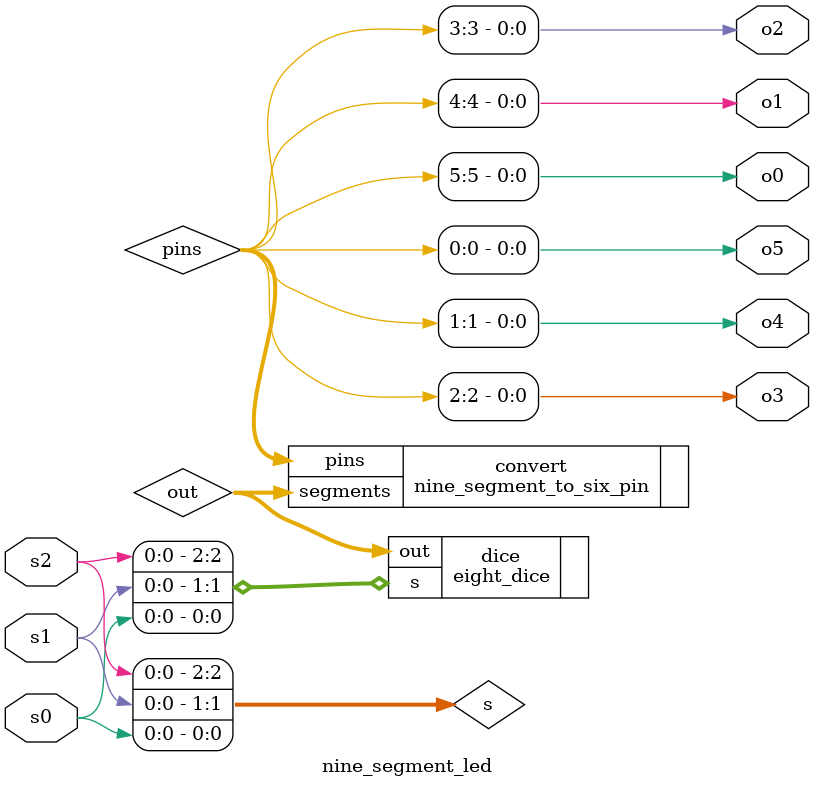
<source format=sv>
module nine_segment_led(
	input logic s0,s1,s2,
	output logic o0,o1,o2,o3,o4,o5);
	bit [2:0] s;
	bit [8:0] out;
	assign s = {s2,s1,s0};
	eight_dice dice(.s(s), .out(out));
	// convert 9 segment signals to 6 pin anode LED pins
	logic [5:0] pins;
	nine_segment_to_six_pin convert(.segments(out), .pins(pins));
	assign {o0,o1,o2,o3,o4,o5} = pins;
endmodule

</source>
